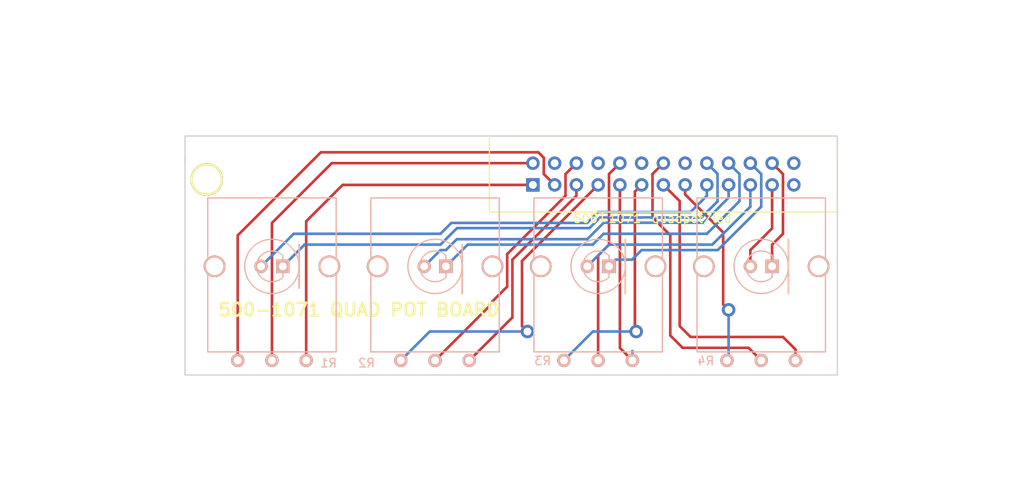
<source format=kicad_pcb>
(kicad_pcb (version 20171130) (host pcbnew "(5.0.1)-3")

  (general
    (thickness 1.6)
    (drawings 26)
    (tracks 119)
    (zones 0)
    (modules 6)
    (nets 27)
  )

  (page A)
  (title_block
    (title "500-1071-01 Quad Illim Pot Board 0.75 Sapcing")
    (date 2017-05-04)
    (rev A)
  )

  (layers
    (0 F.Cu signal)
    (31 B.Cu signal)
    (32 B.Adhes user)
    (33 F.Adhes user)
    (34 B.Paste user)
    (35 F.Paste user)
    (36 B.SilkS user)
    (37 F.SilkS user)
    (38 B.Mask user)
    (39 F.Mask user)
    (40 Dwgs.User user)
    (41 Cmts.User user)
    (42 Eco1.User user)
    (43 Eco2.User user)
    (44 Edge.Cuts user)
    (45 Margin user)
    (46 B.CrtYd user)
    (47 F.CrtYd user)
    (48 B.Fab user)
    (49 F.Fab user)
  )

  (setup
    (last_trace_width 0.3048)
    (trace_clearance 0.3048)
    (zone_clearance 0.508)
    (zone_45_only no)
    (trace_min 0.2)
    (segment_width 0.2)
    (edge_width 0.15)
    (via_size 1.5748)
    (via_drill 0.9144)
    (via_min_size 0.4)
    (via_min_drill 0.3)
    (uvia_size 0.3)
    (uvia_drill 0.1)
    (uvias_allowed no)
    (uvia_min_size 0.2)
    (uvia_min_drill 0.1)
    (pcb_text_width 0.3)
    (pcb_text_size 1.5 1.5)
    (mod_edge_width 0.15)
    (mod_text_size 1 1)
    (mod_text_width 0.15)
    (pad_size 1.5748 1.5748)
    (pad_drill 0.9144)
    (pad_to_mask_clearance 0.2)
    (solder_mask_min_width 0.25)
    (aux_axis_origin 0 0)
    (visible_elements 7FFFEFFF)
    (pcbplotparams
      (layerselection 0x010f0_ffffffff)
      (usegerberextensions false)
      (usegerberattributes false)
      (usegerberadvancedattributes false)
      (creategerberjobfile false)
      (excludeedgelayer true)
      (linewidth 0.100000)
      (plotframeref false)
      (viasonmask false)
      (mode 1)
      (useauxorigin false)
      (hpglpennumber 1)
      (hpglpenspeed 20)
      (hpglpendiameter 15.000000)
      (psnegative false)
      (psa4output false)
      (plotreference true)
      (plotvalue true)
      (plotinvisibletext false)
      (padsonsilk false)
      (subtractmaskfromsilk false)
      (outputformat 1)
      (mirror false)
      (drillshape 0)
      (scaleselection 1)
      (outputdirectory "Fab/"))
  )

  (net 0 "")
  (net 1 "Net-(P1-Pad1)")
  (net 2 "Net-(P1-Pad2)")
  (net 3 "Net-(P1-Pad3)")
  (net 4 "Net-(P1-Pad4)")
  (net 5 "Net-(P1-Pad5)")
  (net 6 "Net-(P1-Pad6)")
  (net 7 "Net-(P1-Pad7)")
  (net 8 "Net-(P1-Pad8)")
  (net 9 "Net-(P1-Pad9)")
  (net 10 "Net-(P1-Pad10)")
  (net 11 "Net-(P1-Pad11)")
  (net 12 "Net-(P1-Pad12)")
  (net 13 "Net-(P1-Pad13)")
  (net 14 "Net-(P1-Pad14)")
  (net 15 "Net-(P1-Pad15)")
  (net 16 "Net-(P1-Pad16)")
  (net 17 "Net-(P1-Pad17)")
  (net 18 "Net-(P1-Pad18)")
  (net 19 "Net-(P1-Pad19)")
  (net 20 "Net-(P1-Pad20)")
  (net 21 "Net-(P1-Pad21)")
  (net 22 "Net-(P1-Pad22)")
  (net 23 "Net-(P1-Pad23)")
  (net 24 "Net-(P1-Pad24)")
  (net 25 "Net-(P1-Pad25)")
  (net 26 "Net-(P1-Pad26)")

  (net_class Default "This is the default net class."
    (clearance 0.3048)
    (trace_width 0.3048)
    (via_dia 1.5748)
    (via_drill 0.9144)
    (uvia_dia 0.3)
    (uvia_drill 0.1)
    (add_net "Net-(P1-Pad1)")
    (add_net "Net-(P1-Pad10)")
    (add_net "Net-(P1-Pad11)")
    (add_net "Net-(P1-Pad12)")
    (add_net "Net-(P1-Pad13)")
    (add_net "Net-(P1-Pad14)")
    (add_net "Net-(P1-Pad15)")
    (add_net "Net-(P1-Pad16)")
    (add_net "Net-(P1-Pad17)")
    (add_net "Net-(P1-Pad18)")
    (add_net "Net-(P1-Pad19)")
    (add_net "Net-(P1-Pad2)")
    (add_net "Net-(P1-Pad20)")
    (add_net "Net-(P1-Pad21)")
    (add_net "Net-(P1-Pad22)")
    (add_net "Net-(P1-Pad23)")
    (add_net "Net-(P1-Pad24)")
    (add_net "Net-(P1-Pad25)")
    (add_net "Net-(P1-Pad26)")
    (add_net "Net-(P1-Pad3)")
    (add_net "Net-(P1-Pad4)")
    (add_net "Net-(P1-Pad5)")
    (add_net "Net-(P1-Pad6)")
    (add_net "Net-(P1-Pad7)")
    (add_net "Net-(P1-Pad8)")
    (add_net "Net-(P1-Pad9)")
  )

  (module FootPrints:IDC-13x2 (layer F.Cu) (tedit 590B50E6) (tstamp 590B5345)
    (at 215.9 99.695)
    (path /590AB70D)
    (fp_text reference P1 (at 0 3.81) (layer F.SilkS)
      (effects (font (size 1 1) (thickness 0.15)))
    )
    (fp_text value 500-1071-quadpot/led (at 6.35 3.937) (layer F.SilkS)
      (effects (font (size 1 1) (thickness 0.15)))
    )
    (fp_line (start 27.94 3.175) (end 27.94 2.54) (layer F.SilkS) (width 0.15))
    (fp_line (start -12.7 3.175) (end 27.94 3.175) (layer F.SilkS) (width 0.15))
    (fp_line (start -12.7 -5.715) (end -12.7 3.175) (layer F.SilkS) (width 0.15))
    (fp_line (start 27.94 -5.715) (end -12.7 -5.715) (layer F.SilkS) (width 0.15))
    (fp_line (start 27.94 2.54) (end 27.94 -5.715) (layer F.SilkS) (width 0.15))
    (pad 1 thru_hole rect (at -7.62 0) (size 1.5748 1.5748) (drill 0.9144) (layers *.Cu *.Mask)
      (net 1 "Net-(P1-Pad1)"))
    (pad 2 thru_hole circle (at -7.62 -2.54) (size 1.5748 1.5748) (drill 0.9144) (layers *.Cu *.Mask)
      (net 2 "Net-(P1-Pad2)"))
    (pad 3 thru_hole circle (at -5.08 0) (size 1.5748 1.5748) (drill 0.9144) (layers *.Cu *.Mask)
      (net 3 "Net-(P1-Pad3)"))
    (pad 4 thru_hole circle (at -5.08 -2.54) (size 1.5748 1.5748) (drill 0.9144) (layers *.Cu *.Mask)
      (net 4 "Net-(P1-Pad4)"))
    (pad 5 thru_hole circle (at -2.54 0) (size 1.5748 1.5748) (drill 0.9144) (layers *.Cu *.Mask)
      (net 5 "Net-(P1-Pad5)"))
    (pad 6 thru_hole circle (at -2.54 -2.54) (size 1.5748 1.5748) (drill 0.9144) (layers *.Cu *.Mask)
      (net 6 "Net-(P1-Pad6)"))
    (pad 7 thru_hole circle (at 0 0) (size 1.5748 1.5748) (drill 0.9144) (layers *.Cu *.Mask)
      (net 7 "Net-(P1-Pad7)"))
    (pad 8 thru_hole circle (at 0 -2.54) (size 1.5748 1.5748) (drill 0.9144) (layers *.Cu *.Mask)
      (net 8 "Net-(P1-Pad8)"))
    (pad 9 thru_hole circle (at 2.54 0) (size 1.5748 1.5748) (drill 0.9144) (layers *.Cu *.Mask)
      (net 9 "Net-(P1-Pad9)"))
    (pad 10 thru_hole circle (at 2.54 -2.54) (size 1.5748 1.5748) (drill 0.9144) (layers *.Cu *.Mask)
      (net 10 "Net-(P1-Pad10)"))
    (pad 11 thru_hole circle (at 5.08 0) (size 1.5748 1.5748) (drill 0.9144) (layers *.Cu *.Mask)
      (net 11 "Net-(P1-Pad11)"))
    (pad 12 thru_hole circle (at 5.08 -2.54) (size 1.5748 1.5748) (drill 0.9144) (layers *.Cu *.Mask)
      (net 12 "Net-(P1-Pad12)"))
    (pad 13 thru_hole circle (at 7.62 0) (size 1.5748 1.5748) (drill 0.9144) (layers *.Cu *.Mask)
      (net 13 "Net-(P1-Pad13)"))
    (pad 14 thru_hole circle (at 7.62 -2.54) (size 1.5748 1.5748) (drill 0.9144) (layers *.Cu *.Mask)
      (net 14 "Net-(P1-Pad14)"))
    (pad 15 thru_hole circle (at 10.16 0) (size 1.5748 1.5748) (drill 0.9144) (layers *.Cu *.Mask)
      (net 15 "Net-(P1-Pad15)"))
    (pad 16 thru_hole circle (at 10.16 -2.54) (size 1.5748 1.5748) (drill 0.9144) (layers *.Cu *.Mask)
      (net 16 "Net-(P1-Pad16)"))
    (pad 17 thru_hole circle (at 12.7 0) (size 1.5748 1.5748) (drill 0.9144) (layers *.Cu *.Mask)
      (net 17 "Net-(P1-Pad17)"))
    (pad 18 thru_hole circle (at 12.7 -2.54) (size 1.5748 1.5748) (drill 0.9144) (layers *.Cu *.Mask)
      (net 18 "Net-(P1-Pad18)"))
    (pad 19 thru_hole circle (at 15.24 0) (size 1.5748 1.5748) (drill 0.9144) (layers *.Cu *.Mask)
      (net 19 "Net-(P1-Pad19)"))
    (pad 20 thru_hole circle (at 15.24 -2.54) (size 1.5748 1.5748) (drill 0.9144) (layers *.Cu *.Mask)
      (net 20 "Net-(P1-Pad20)"))
    (pad 21 thru_hole circle (at 17.78 0) (size 1.5748 1.5748) (drill 0.9144) (layers *.Cu *.Mask)
      (net 21 "Net-(P1-Pad21)"))
    (pad 22 thru_hole circle (at 17.78 -2.54) (size 1.5748 1.5748) (drill 0.9144) (layers *.Cu *.Mask)
      (net 22 "Net-(P1-Pad22)"))
    (pad 23 thru_hole circle (at 20.32 0) (size 1.5748 1.5748) (drill 0.9144) (layers *.Cu *.Mask)
      (net 23 "Net-(P1-Pad23)"))
    (pad 24 thru_hole circle (at 20.32 -2.54) (size 1.5748 1.5748) (drill 0.9144) (layers *.Cu *.Mask)
      (net 24 "Net-(P1-Pad24)"))
    (pad 25 thru_hole circle (at 22.86 0) (size 1.5748 1.5748) (drill 0.9144) (layers *.Cu *.Mask)
      (net 25 "Net-(P1-Pad25)"))
    (pad 26 thru_hole circle (at 22.86 -2.54) (size 1.5748 1.5748) (drill 0.9144) (layers *.Cu *.Mask)
      (net 26 "Net-(P1-Pad26)"))
  )

  (module FootPrints:Alpha9mmPotWithLED (layer B.Cu) (tedit 5C09FD51) (tstamp 590B5366)
    (at 215.9 109.22 180)
    (path /590AB8DE)
    (fp_text reference R3 (at 6.477 -11.049 180) (layer B.SilkS)
      (effects (font (size 1 1) (thickness 0.15)) (justify mirror))
    )
    (fp_text value POT-ALPHA9mm-LedShaft (at 1.143 -13.843 180) (layer B.SilkS) hide
      (effects (font (size 1 1) (thickness 0.15)) (justify mirror))
    )
    (fp_arc (start 0 0) (end 1.27 -1.27) (angle -90) (layer B.SilkS) (width 0.15))
    (fp_arc (start 0 0) (end 1.27 1.27) (angle -90) (layer B.SilkS) (width 0.15))
    (fp_arc (start 0 0) (end -1.27 1.27) (angle -90) (layer B.SilkS) (width 0.15))
    (fp_line (start -1.27 1.27) (end -1.27 -1.27) (layer B.SilkS) (width 0.15))
    (fp_circle (center 0 0) (end 3.175 0) (layer B.SilkS) (width 0.15))
    (fp_line (start -7.5 -10) (end 7.5 -10) (layer B.SilkS) (width 0.15))
    (fp_line (start 7.5 -10) (end 7.5 8) (layer B.SilkS) (width 0.15))
    (fp_line (start 7.5 8) (end -7.5 8) (layer B.SilkS) (width 0.15))
    (fp_line (start -7.5 8) (end -7.5 -10) (layer B.SilkS) (width 0.15))
    (pad "" thru_hole circle (at -6.7 0 180) (size 2.54 2.54) (drill 2.032) (layers *.Cu *.Mask B.SilkS))
    (pad "" thru_hole circle (at 6.7 0 180) (size 2.54 2.54) (drill 2.032) (layers *.Cu *.Mask B.SilkS))
    (pad 4 thru_hole rect (at -1.27 0 180) (size 1.5748 1.5748) (drill 0.9144) (layers *.Cu *.Mask B.SilkS)
      (net 22 "Net-(P1-Pad22)"))
    (pad 5 thru_hole circle (at 1.27 0 180) (size 1.5748 1.5748) (drill 0.9144) (layers *.Cu *.Mask B.SilkS)
      (net 21 "Net-(P1-Pad21)"))
    (pad 2 thru_hole circle (at 0 -11 180) (size 1.5748 1.5748) (drill 0.9144) (layers *.Cu *.Mask B.SilkS)
      (net 10 "Net-(P1-Pad10)"))
    (pad 3 thru_hole circle (at 4 -11 180) (size 1.5748 1.5748) (drill 0.9144) (layers *.Cu *.Mask B.SilkS)
      (net 11 "Net-(P1-Pad11)"))
    (pad 1 thru_hole circle (at -4 -11 180) (size 1.5748 1.5748) (drill 0.9144) (layers *.Cu *.Mask B.SilkS)
      (net 9 "Net-(P1-Pad9)"))
  )

  (module FootPrints:Alpha9mmPotWithLED (layer B.Cu) (tedit 5C09FD2F) (tstamp 590B5371)
    (at 234.95 109.22 180)
    (path /590AB94E)
    (fp_text reference R4 (at 6.477 -11.049 180) (layer B.SilkS)
      (effects (font (size 1 1) (thickness 0.15)) (justify mirror))
    )
    (fp_text value POT-ALPHA9mm-LedShaft (at 1.27 -13.843 180) (layer B.SilkS) hide
      (effects (font (size 1 1) (thickness 0.15)) (justify mirror))
    )
    (fp_arc (start 0 0) (end 1.27 -1.27) (angle -90) (layer B.SilkS) (width 0.15))
    (fp_arc (start 0 0) (end 1.27 1.27) (angle -90) (layer B.SilkS) (width 0.15))
    (fp_arc (start 0 0) (end -1.27 1.27) (angle -90) (layer B.SilkS) (width 0.15))
    (fp_line (start -1.27 1.27) (end -1.27 -1.27) (layer B.SilkS) (width 0.15))
    (fp_circle (center 0 0) (end 3.175 0) (layer B.SilkS) (width 0.15))
    (fp_line (start -7.5 -10) (end 7.5 -10) (layer B.SilkS) (width 0.15))
    (fp_line (start 7.5 -10) (end 7.5 8) (layer B.SilkS) (width 0.15))
    (fp_line (start 7.5 8) (end -7.5 8) (layer B.SilkS) (width 0.15))
    (fp_line (start -7.5 8) (end -7.5 -10) (layer B.SilkS) (width 0.15))
    (pad "" thru_hole circle (at -6.7 0 180) (size 2.54 2.54) (drill 2.032) (layers *.Cu *.Mask B.SilkS))
    (pad "" thru_hole circle (at 6.7 0 180) (size 2.54 2.54) (drill 2.032) (layers *.Cu *.Mask B.SilkS))
    (pad 4 thru_hole rect (at -1.27 0 180) (size 1.5748 1.5748) (drill 0.9144) (layers *.Cu *.Mask B.SilkS)
      (net 24 "Net-(P1-Pad24)"))
    (pad 5 thru_hole circle (at 1.27 0 180) (size 1.5748 1.5748) (drill 0.9144) (layers *.Cu *.Mask B.SilkS)
      (net 23 "Net-(P1-Pad23)"))
    (pad 2 thru_hole circle (at 0 -11 180) (size 1.5748 1.5748) (drill 0.9144) (layers *.Cu *.Mask B.SilkS)
      (net 14 "Net-(P1-Pad14)"))
    (pad 3 thru_hole circle (at 4 -11 180) (size 1.5748 1.5748) (drill 0.9144) (layers *.Cu *.Mask B.SilkS)
      (net 15 "Net-(P1-Pad15)"))
    (pad 1 thru_hole circle (at -4 -11 180) (size 1.5748 1.5748) (drill 0.9144) (layers *.Cu *.Mask B.SilkS)
      (net 13 "Net-(P1-Pad13)"))
  )

  (module FootPrints:Alpha9mmPotWithLED (layer B.Cu) (tedit 5C09FD7C) (tstamp 590B5350)
    (at 177.8 109.22 180)
    (path /590AB760)
    (fp_text reference R1 (at -6.604 -11.303 180) (layer B.SilkS)
      (effects (font (size 1 1) (thickness 0.15)) (justify mirror))
    )
    (fp_text value POT-ALPHA9mm-LedShaft (at 0.508 -13.716 180) (layer B.SilkS) hide
      (effects (font (size 1 1) (thickness 0.15)) (justify mirror))
    )
    (fp_arc (start 0 0) (end 1.27 -1.27) (angle -90) (layer B.SilkS) (width 0.15))
    (fp_arc (start 0 0) (end 1.27 1.27) (angle -90) (layer B.SilkS) (width 0.15))
    (fp_arc (start 0 0) (end -1.27 1.27) (angle -90) (layer B.SilkS) (width 0.15))
    (fp_line (start -1.27 1.27) (end -1.27 -1.27) (layer B.SilkS) (width 0.15))
    (fp_circle (center 0 0) (end 3.175 0) (layer B.SilkS) (width 0.15))
    (fp_line (start -7.5 -10) (end 7.5 -10) (layer B.SilkS) (width 0.15))
    (fp_line (start 7.5 -10) (end 7.5 8) (layer B.SilkS) (width 0.15))
    (fp_line (start 7.5 8) (end -7.5 8) (layer B.SilkS) (width 0.15))
    (fp_line (start -7.5 8) (end -7.5 -10) (layer B.SilkS) (width 0.15))
    (pad "" thru_hole circle (at -6.7 0 180) (size 2.54 2.54) (drill 2.032) (layers *.Cu *.Mask B.SilkS))
    (pad "" thru_hole circle (at 6.7 0 180) (size 2.54 2.54) (drill 2.032) (layers *.Cu *.Mask B.SilkS))
    (pad 4 thru_hole rect (at -1.27 0 180) (size 1.5748 1.5748) (drill 0.9144) (layers *.Cu *.Mask B.SilkS)
      (net 18 "Net-(P1-Pad18)"))
    (pad 5 thru_hole circle (at 1.27 0 180) (size 1.5748 1.5748) (drill 0.9144) (layers *.Cu *.Mask B.SilkS)
      (net 17 "Net-(P1-Pad17)"))
    (pad 2 thru_hole circle (at 0 -11 180) (size 1.5748 1.5748) (drill 0.9144) (layers *.Cu *.Mask B.SilkS)
      (net 2 "Net-(P1-Pad2)"))
    (pad 3 thru_hole circle (at 4 -11 180) (size 1.5748 1.5748) (drill 0.9144) (layers *.Cu *.Mask B.SilkS)
      (net 3 "Net-(P1-Pad3)"))
    (pad 1 thru_hole circle (at -4 -11 180) (size 1.5748 1.5748) (drill 0.9144) (layers *.Cu *.Mask B.SilkS)
      (net 1 "Net-(P1-Pad1)"))
  )

  (module FootPrints:Alpha9mmPotWithLED (layer B.Cu) (tedit 5C09FD65) (tstamp 590B535B)
    (at 196.85 109.22 180)
    (path /590AB889)
    (fp_text reference R2 (at 8.001 -11.303 180) (layer B.SilkS)
      (effects (font (size 1 1) (thickness 0.15)) (justify mirror))
    )
    (fp_text value POT-ALPHA9mm-LedShaft (at -0.127 -14.097 180) (layer B.SilkS) hide
      (effects (font (size 1 1) (thickness 0.15)) (justify mirror))
    )
    (fp_arc (start 0 0) (end 1.27 -1.27) (angle -90) (layer B.SilkS) (width 0.15))
    (fp_arc (start 0 0) (end 1.27 1.27) (angle -90) (layer B.SilkS) (width 0.15))
    (fp_arc (start 0 0) (end -1.27 1.27) (angle -90) (layer B.SilkS) (width 0.15))
    (fp_line (start -1.27 1.27) (end -1.27 -1.27) (layer B.SilkS) (width 0.15))
    (fp_circle (center 0 0) (end 3.175 0) (layer B.SilkS) (width 0.15))
    (fp_line (start -7.5 -10) (end 7.5 -10) (layer B.SilkS) (width 0.15))
    (fp_line (start 7.5 -10) (end 7.5 8) (layer B.SilkS) (width 0.15))
    (fp_line (start 7.5 8) (end -7.5 8) (layer B.SilkS) (width 0.15))
    (fp_line (start -7.5 8) (end -7.5 -10) (layer B.SilkS) (width 0.15))
    (pad "" thru_hole circle (at -6.7 0 180) (size 2.54 2.54) (drill 2.032) (layers *.Cu *.Mask B.SilkS))
    (pad "" thru_hole circle (at 6.7 0 180) (size 2.54 2.54) (drill 2.032) (layers *.Cu *.Mask B.SilkS))
    (pad 4 thru_hole rect (at -1.27 0 180) (size 1.5748 1.5748) (drill 0.9144) (layers *.Cu *.Mask B.SilkS)
      (net 20 "Net-(P1-Pad20)"))
    (pad 5 thru_hole circle (at 1.27 0 180) (size 1.5748 1.5748) (drill 0.9144) (layers *.Cu *.Mask B.SilkS)
      (net 19 "Net-(P1-Pad19)"))
    (pad 2 thru_hole circle (at 0 -11 180) (size 1.5748 1.5748) (drill 0.9144) (layers *.Cu *.Mask B.SilkS)
      (net 6 "Net-(P1-Pad6)"))
    (pad 3 thru_hole circle (at 4 -11 180) (size 1.5748 1.5748) (drill 0.9144) (layers *.Cu *.Mask B.SilkS)
      (net 7 "Net-(P1-Pad7)"))
    (pad 1 thru_hole circle (at -4 -11 180) (size 1.5748 1.5748) (drill 0.9144) (layers *.Cu *.Mask B.SilkS)
      (net 5 "Net-(P1-Pad5)"))
  )

  (module FootPrints:MountingHole_140 (layer F.Cu) (tedit 591FBC21) (tstamp 591FC173)
    (at 170.18 99.06)
    (fp_text reference REF** (at 3.81 3.81) (layer F.SilkS) hide
      (effects (font (size 1 1) (thickness 0.15)))
    )
    (fp_text value MountingHole_140 (at 0 5.08) (layer F.SilkS) hide
      (effects (font (size 1 1) (thickness 0.15)))
    )
    (pad "" thru_hole circle (at 0 0) (size 3.81 3.81) (drill 3.2512) (layers *.Cu *.Mask F.SilkS))
  )

  (gr_line (start 238.125 106.045) (end 238.125 112.395) (layer B.SilkS) (width 0.2))
  (gr_line (start 219.075 106.045) (end 219.075 112.395) (layer B.SilkS) (width 0.2))
  (gr_line (start 200.025 106.68) (end 200.025 112.395) (layer B.SilkS) (width 0.2))
  (gr_line (start 180.975 106.68) (end 180.975 111.76) (layer B.SilkS) (width 0.2))
  (gr_text "500-1071 QUAD POT BOARD" (at 187.96 114.3) (layer F.SilkS)
    (effects (font (size 1.5 1.5) (thickness 0.3)))
  )
  (dimension 40.64 (width 0.3) (layer F.Fab)
    (gr_text "1.6000 in" (at 187.96 79.18) (layer F.Fab)
      (effects (font (size 1.5 1.5) (thickness 0.3)))
    )
    (feature1 (pts (xy 208.28 92.71) (xy 208.28 80.693579)))
    (feature2 (pts (xy 167.64 92.71) (xy 167.64 80.693579)))
    (crossbar (pts (xy 167.64 81.28) (xy 208.28 81.28)))
    (arrow1a (pts (xy 208.28 81.28) (xy 207.153496 81.866421)))
    (arrow1b (pts (xy 208.28 81.28) (xy 207.153496 80.693579)))
    (arrow2a (pts (xy 167.64 81.28) (xy 168.766504 81.866421)))
    (arrow2b (pts (xy 167.64 81.28) (xy 168.766504 80.693579)))
  )
  (dimension 35.56 (width 0.3) (layer F.Fab)
    (gr_text "1.4000 in" (at 226.06 85.53) (layer F.Fab)
      (effects (font (size 1.5 1.5) (thickness 0.3)))
    )
    (feature1 (pts (xy 208.28 92.71) (xy 208.28 87.043579)))
    (feature2 (pts (xy 243.84 92.71) (xy 243.84 87.043579)))
    (crossbar (pts (xy 243.84 87.63) (xy 208.28 87.63)))
    (arrow1a (pts (xy 208.28 87.63) (xy 209.406504 87.043579)))
    (arrow1b (pts (xy 208.28 87.63) (xy 209.406504 88.216421)))
    (arrow2a (pts (xy 243.84 87.63) (xy 242.713496 87.043579)))
    (arrow2b (pts (xy 243.84 87.63) (xy 242.713496 88.216421)))
  )
  (dimension 22.225 (width 0.3) (layer F.Fab)
    (gr_text "0.8750 in" (at 254.195 110.8075 90) (layer F.Fab)
      (effects (font (size 1.5 1.5) (thickness 0.3)))
    )
    (feature1 (pts (xy 245.11 99.695) (xy 252.681421 99.695)))
    (feature2 (pts (xy 245.11 121.92) (xy 252.681421 121.92)))
    (crossbar (pts (xy 252.095 121.92) (xy 252.095 99.695)))
    (arrow1a (pts (xy 252.095 99.695) (xy 252.681421 100.821504)))
    (arrow1b (pts (xy 252.095 99.695) (xy 251.508579 100.821504)))
    (arrow2a (pts (xy 252.095 121.92) (xy 252.681421 120.793496)))
    (arrow2b (pts (xy 252.095 121.92) (xy 251.508579 120.793496)))
  )
  (dimension 27.94 (width 0.3) (layer F.Fab)
    (gr_text "1.1000 in" (at 263.72 107.95 90) (layer F.Fab)
      (effects (font (size 1.5 1.5) (thickness 0.3)))
    )
    (feature1 (pts (xy 245.11 93.98) (xy 262.206421 93.98)))
    (feature2 (pts (xy 245.11 121.92) (xy 262.206421 121.92)))
    (crossbar (pts (xy 261.62 121.92) (xy 261.62 93.98)))
    (arrow1a (pts (xy 261.62 93.98) (xy 262.206421 95.106504)))
    (arrow1b (pts (xy 261.62 93.98) (xy 261.033579 95.106504)))
    (arrow2a (pts (xy 261.62 121.92) (xy 262.206421 120.793496)))
    (arrow2b (pts (xy 261.62 121.92) (xy 261.033579 120.793496)))
  )
  (gr_line (start 243.84 95.25) (end 243.84 93.98) (layer Edge.Cuts) (width 0.15))
  (gr_line (start 167.64 95.25) (end 167.64 93.98) (layer Edge.Cuts) (width 0.15))
  (gr_line (start 167.64 97.155) (end 167.64 95.25) (layer Edge.Cuts) (width 0.15))
  (gr_line (start 243.84 96.52) (end 243.84 95.25) (layer Edge.Cuts) (width 0.15))
  (dimension 2.54 (width 0.3) (layer F.Fab)
    (gr_text "0.1000 in" (at 168.91 87.55) (layer F.Fab)
      (effects (font (size 1.5 1.5) (thickness 0.3)))
    )
    (feature1 (pts (xy 167.64 95.885) (xy 167.64 86.2)))
    (feature2 (pts (xy 170.18 95.885) (xy 170.18 86.2)))
    (crossbar (pts (xy 170.18 88.9) (xy 167.64 88.9)))
    (arrow1a (pts (xy 167.64 88.9) (xy 168.766504 88.313579)))
    (arrow1b (pts (xy 167.64 88.9) (xy 168.766504 89.486421)))
    (arrow2a (pts (xy 170.18 88.9) (xy 169.053496 88.313579)))
    (arrow2b (pts (xy 170.18 88.9) (xy 169.053496 89.486421)))
  )
  (dimension 22.86 (width 0.3) (layer F.Fab)
    (gr_text "0.9000 in" (at 152.32 110.49 270) (layer F.Fab)
      (effects (font (size 1.5 1.5) (thickness 0.3)))
    )
    (feature1 (pts (xy 166.37 121.92) (xy 150.97 121.92)))
    (feature2 (pts (xy 166.37 99.06) (xy 150.97 99.06)))
    (crossbar (pts (xy 153.67 99.06) (xy 153.67 121.92)))
    (arrow1a (pts (xy 153.67 121.92) (xy 153.083579 120.793496)))
    (arrow1b (pts (xy 153.67 121.92) (xy 154.256421 120.793496)))
    (arrow2a (pts (xy 153.67 99.06) (xy 153.083579 100.186504)))
    (arrow2b (pts (xy 153.67 99.06) (xy 154.256421 100.186504)))
  )
  (dimension 8.89 (width 0.3) (layer F.Fab)
    (gr_text "0.3500 in" (at 239.395 135.97) (layer F.Fab)
      (effects (font (size 1.5 1.5) (thickness 0.3)))
    )
    (feature1 (pts (xy 243.84 122.555) (xy 243.84 137.32)))
    (feature2 (pts (xy 234.95 122.555) (xy 234.95 137.32)))
    (crossbar (pts (xy 234.95 134.62) (xy 243.84 134.62)))
    (arrow1a (pts (xy 243.84 134.62) (xy 242.713496 135.206421)))
    (arrow1b (pts (xy 243.84 134.62) (xy 242.713496 134.033579)))
    (arrow2a (pts (xy 234.95 134.62) (xy 236.076504 135.206421)))
    (arrow2b (pts (xy 234.95 134.62) (xy 236.076504 134.033579)))
  )
  (dimension 19.05 (width 0.3) (layer F.Fab)
    (gr_text "0.7500 in" (at 225.425 135.97) (layer F.Fab)
      (effects (font (size 1.5 1.5) (thickness 0.3)))
    )
    (feature1 (pts (xy 234.95 123.19) (xy 234.95 137.32)))
    (feature2 (pts (xy 215.9 123.19) (xy 215.9 137.32)))
    (crossbar (pts (xy 215.9 134.62) (xy 234.95 134.62)))
    (arrow1a (pts (xy 234.95 134.62) (xy 233.823496 135.206421)))
    (arrow1b (pts (xy 234.95 134.62) (xy 233.823496 134.033579)))
    (arrow2a (pts (xy 215.9 134.62) (xy 217.026504 135.206421)))
    (arrow2b (pts (xy 215.9 134.62) (xy 217.026504 134.033579)))
  )
  (dimension 19.05 (width 0.3) (layer F.Fab)
    (gr_text "0.7500 in" (at 206.375 135.97) (layer F.Fab)
      (effects (font (size 1.5 1.5) (thickness 0.3)))
    )
    (feature1 (pts (xy 215.9 123.19) (xy 215.9 137.32)))
    (feature2 (pts (xy 196.85 123.19) (xy 196.85 137.32)))
    (crossbar (pts (xy 196.85 134.62) (xy 215.9 134.62)))
    (arrow1a (pts (xy 215.9 134.62) (xy 214.773496 135.206421)))
    (arrow1b (pts (xy 215.9 134.62) (xy 214.773496 134.033579)))
    (arrow2a (pts (xy 196.85 134.62) (xy 197.976504 135.206421)))
    (arrow2b (pts (xy 196.85 134.62) (xy 197.976504 134.033579)))
  )
  (dimension 19.05 (width 0.3) (layer F.Fab)
    (gr_text "0.7500 in" (at 187.325 135.97) (layer F.Fab)
      (effects (font (size 1.5 1.5) (thickness 0.3)))
    )
    (feature1 (pts (xy 196.85 123.19) (xy 196.85 137.32)))
    (feature2 (pts (xy 177.8 123.19) (xy 177.8 137.32)))
    (crossbar (pts (xy 177.8 134.62) (xy 196.85 134.62)))
    (arrow1a (pts (xy 196.85 134.62) (xy 195.723496 135.206421)))
    (arrow1b (pts (xy 196.85 134.62) (xy 195.723496 134.033579)))
    (arrow2a (pts (xy 177.8 134.62) (xy 178.926504 135.206421)))
    (arrow2b (pts (xy 177.8 134.62) (xy 178.926504 134.033579)))
  )
  (dimension 10.16 (width 0.3) (layer F.Fab)
    (gr_text "0.4000 in" (at 172.72 135.97) (layer F.Fab)
      (effects (font (size 1.5 1.5) (thickness 0.3)))
    )
    (feature1 (pts (xy 177.8 123.19) (xy 177.8 137.32)))
    (feature2 (pts (xy 167.64 123.19) (xy 167.64 137.32)))
    (crossbar (pts (xy 167.64 134.62) (xy 177.8 134.62)))
    (arrow1a (pts (xy 177.8 134.62) (xy 176.673496 135.206421)))
    (arrow1b (pts (xy 177.8 134.62) (xy 176.673496 134.033579)))
    (arrow2a (pts (xy 167.64 134.62) (xy 168.766504 135.206421)))
    (arrow2b (pts (xy 167.64 134.62) (xy 168.766504 134.033579)))
  )
  (dimension 12.7 (width 0.3) (layer F.Fab)
    (gr_text "0.5000 in" (at 159.305 115.57 270) (layer F.Fab)
      (effects (font (size 1.5 1.5) (thickness 0.3)))
    )
    (feature1 (pts (xy 166.37 121.92) (xy 157.955 121.92)))
    (feature2 (pts (xy 166.37 109.22) (xy 157.955 109.22)))
    (crossbar (pts (xy 160.655 109.22) (xy 160.655 121.92)))
    (arrow1a (pts (xy 160.655 121.92) (xy 160.068579 120.793496)))
    (arrow1b (pts (xy 160.655 121.92) (xy 161.241421 120.793496)))
    (arrow2a (pts (xy 160.655 109.22) (xy 160.068579 110.346504)))
    (arrow2b (pts (xy 160.655 109.22) (xy 161.241421 110.346504)))
  )
  (dimension 76.2 (width 0.3) (layer F.Fab)
    (gr_text "3.0000 in" (at 205.74 128.985) (layer F.Fab)
      (effects (font (size 1.5 1.5) (thickness 0.3)))
    )
    (feature1 (pts (xy 243.84 123.19) (xy 243.84 130.335)))
    (feature2 (pts (xy 167.64 123.19) (xy 167.64 130.335)))
    (crossbar (pts (xy 167.64 127.635) (xy 243.84 127.635)))
    (arrow1a (pts (xy 243.84 127.635) (xy 242.713496 128.221421)))
    (arrow1b (pts (xy 243.84 127.635) (xy 242.713496 127.048579)))
    (arrow2a (pts (xy 167.64 127.635) (xy 168.766504 128.221421)))
    (arrow2b (pts (xy 167.64 127.635) (xy 168.766504 127.048579)))
  )
  (gr_line (start 243.84 96.52) (end 243.84 121.92) (layer Edge.Cuts) (width 0.15))
  (gr_line (start 167.64 96.52) (end 167.64 121.92) (layer Edge.Cuts) (width 0.15))
  (gr_line (start 167.64 93.98) (end 243.84 93.98) (layer Edge.Cuts) (width 0.15))
  (gr_line (start 167.64 121.92) (end 243.84 121.92) (layer Edge.Cuts) (width 0.15))

  (segment (start 181.8 103.95) (end 181.8 120.22) (width 0.3048) (layer F.Cu) (net 1))
  (segment (start 208.28 99.695) (end 186.055 99.695) (width 0.3048) (layer F.Cu) (net 1))
  (segment (start 186.055 99.695) (end 181.8 103.95) (width 0.3048) (layer F.Cu) (net 1))
  (segment (start 177.8 104.14) (end 177.8 119.106449) (width 0.3048) (layer F.Cu) (net 2))
  (segment (start 177.8 119.106449) (end 177.8 120.22) (width 0.3048) (layer F.Cu) (net 2))
  (segment (start 184.785 97.155) (end 177.8 104.14) (width 0.3048) (layer F.Cu) (net 2))
  (segment (start 208.28 97.155) (end 184.785 97.155) (width 0.3048) (layer F.Cu) (net 2))
  (segment (start 173.8 105.6) (end 173.8 120.22) (width 0.3048) (layer F.Cu) (net 3))
  (segment (start 183.515 95.885) (end 173.8 105.6) (width 0.3048) (layer F.Cu) (net 3))
  (segment (start 208.915 95.885) (end 183.515 95.885) (width 0.3048) (layer F.Cu) (net 3))
  (segment (start 209.55 96.52) (end 208.915 95.885) (width 0.3048) (layer F.Cu) (net 3))
  (segment (start 210.82 99.695) (end 209.55 98.425) (width 0.3048) (layer F.Cu) (net 3))
  (segment (start 209.55 98.425) (end 209.55 96.52) (width 0.3048) (layer F.Cu) (net 3))
  (segment (start 205.886812 115.183188) (end 201.637399 119.432601) (width 0.3048) (layer F.Cu) (net 5))
  (segment (start 201.637399 119.432601) (end 200.85 120.22) (width 0.3048) (layer F.Cu) (net 5))
  (segment (start 205.886812 108.438188) (end 205.886812 115.183188) (width 0.3048) (layer F.Cu) (net 5))
  (segment (start 213.36 100.965) (end 205.886812 108.438188) (width 0.3048) (layer F.Cu) (net 5))
  (segment (start 213.36 99.695) (end 213.36 100.965) (width 0.3048) (layer F.Cu) (net 5))
  (segment (start 213.36 97.155) (end 212.09 98.425) (width 0.3048) (layer F.Cu) (net 6))
  (segment (start 212.09 98.425) (end 212.09 100.965) (width 0.3048) (layer F.Cu) (net 6))
  (segment (start 205.277201 107.777799) (end 205.277201 111.587799) (width 0.3048) (layer F.Cu) (net 6))
  (segment (start 212.09 100.965) (end 205.277201 107.777799) (width 0.3048) (layer F.Cu) (net 6))
  (segment (start 205.277201 111.587799) (end 203.2 113.665) (width 0.3048) (layer F.Cu) (net 6))
  (segment (start 203.2 113.87) (end 196.85 120.22) (width 0.3048) (layer F.Cu) (net 6))
  (segment (start 203.2 113.665) (end 203.2 113.87) (width 0.3048) (layer F.Cu) (net 6))
  (segment (start 215.9 99.695) (end 210.185 105.41) (width 0.3048) (layer F.Cu) (net 7))
  (segment (start 210.185 105.41) (end 207.01 108.585) (width 0.3048) (layer F.Cu) (net 7))
  (via (at 207.645 116.84) (size 1.5748) (drill 0.9144) (layers F.Cu B.Cu) (net 7))
  (segment (start 207.01 108.585) (end 207.01 116.205) (width 0.3048) (layer F.Cu) (net 7))
  (segment (start 207.01 116.205) (end 207.645 116.84) (width 0.3048) (layer F.Cu) (net 7))
  (segment (start 196.23 116.84) (end 192.85 120.22) (width 0.3048) (layer B.Cu) (net 7))
  (segment (start 207.645 116.84) (end 196.23 116.84) (width 0.3048) (layer B.Cu) (net 7))
  (segment (start 219.9 119.106449) (end 219.9 120.22) (width 0.3048) (layer B.Cu) (net 9))
  (segment (start 218.44 99.695) (end 218.44 118.76) (width 0.3048) (layer F.Cu) (net 9))
  (segment (start 219.112601 119.432601) (end 219.9 120.22) (width 0.3048) (layer F.Cu) (net 9))
  (segment (start 218.44 118.76) (end 219.112601 119.432601) (width 0.3048) (layer F.Cu) (net 9))
  (segment (start 215.9 119.106449) (end 215.9 120.22) (width 0.3048) (layer F.Cu) (net 10))
  (segment (start 215.9 107.95) (end 215.9 119.106449) (width 0.3048) (layer F.Cu) (net 10))
  (segment (start 217.17 106.68) (end 215.9 107.95) (width 0.3048) (layer F.Cu) (net 10))
  (segment (start 218.44 97.155) (end 217.17 98.425) (width 0.3048) (layer F.Cu) (net 10))
  (segment (start 217.17 98.425) (end 217.17 106.68) (width 0.3048) (layer F.Cu) (net 10))
  (via (at 220.345 116.84) (size 1.5748) (drill 0.9144) (layers F.Cu B.Cu) (net 11))
  (segment (start 220.192601 116.687601) (end 220.345 116.84) (width 0.3048) (layer F.Cu) (net 11))
  (segment (start 220.98 99.695) (end 220.192601 100.482399) (width 0.3048) (layer F.Cu) (net 11))
  (segment (start 220.192601 100.482399) (end 220.192601 116.687601) (width 0.3048) (layer F.Cu) (net 11))
  (segment (start 215.28 116.84) (end 211.9 120.22) (width 0.3048) (layer B.Cu) (net 11))
  (segment (start 220.345 116.84) (end 215.28 116.84) (width 0.3048) (layer B.Cu) (net 11))
  (segment (start 223.52 99.695) (end 225.425 101.6) (width 0.3048) (layer F.Cu) (net 13))
  (segment (start 225.425 101.6) (end 225.425 116.205) (width 0.3048) (layer F.Cu) (net 13))
  (segment (start 225.425 116.205) (end 226.695 117.475) (width 0.3048) (layer F.Cu) (net 13))
  (segment (start 226.695 117.475) (end 237.49 117.475) (width 0.3048) (layer F.Cu) (net 13))
  (segment (start 238.95 118.935) (end 238.95 120.22) (width 0.3048) (layer F.Cu) (net 13))
  (segment (start 237.49 117.475) (end 238.95 118.935) (width 0.3048) (layer F.Cu) (net 13))
  (segment (start 233.475 118.745) (end 234.95 120.22) (width 0.3048) (layer F.Cu) (net 14))
  (segment (start 222.25 98.425) (end 222.25 103.505) (width 0.3048) (layer F.Cu) (net 14))
  (segment (start 223.52 97.155) (end 222.25 98.425) (width 0.3048) (layer F.Cu) (net 14))
  (segment (start 224.327201 105.582201) (end 224.327201 117.302799) (width 0.3048) (layer F.Cu) (net 14))
  (segment (start 222.25 103.505) (end 224.327201 105.582201) (width 0.3048) (layer F.Cu) (net 14))
  (segment (start 224.327201 117.302799) (end 225.769402 118.745) (width 0.3048) (layer F.Cu) (net 14))
  (segment (start 225.769402 118.745) (end 233.475 118.745) (width 0.3048) (layer F.Cu) (net 14))
  (segment (start 226.06 100.808551) (end 230.505 105.253551) (width 0.3048) (layer F.Cu) (net 15))
  (segment (start 226.06 99.695) (end 226.06 100.808551) (width 0.3048) (layer F.Cu) (net 15))
  (segment (start 230.505 105.253551) (end 230.505 113.665) (width 0.3048) (layer F.Cu) (net 15))
  (via (at 231.14 114.3) (size 1.5748) (drill 0.9144) (layers F.Cu B.Cu) (net 15))
  (segment (start 230.505 113.665) (end 231.14 114.3) (width 0.3048) (layer F.Cu) (net 15))
  (segment (start 231.14 120.03) (end 230.95 120.22) (width 0.3048) (layer B.Cu) (net 15))
  (segment (start 231.14 114.3) (end 231.14 120.03) (width 0.3048) (layer B.Cu) (net 15))
  (segment (start 228.6 100.965) (end 228.6 99.695) (width 0.3048) (layer B.Cu) (net 17))
  (segment (start 226.695 102.87) (end 228.6 100.965) (width 0.3048) (layer B.Cu) (net 17))
  (segment (start 180.34 105.41) (end 197.485 105.41) (width 0.3048) (layer B.Cu) (net 17))
  (segment (start 176.53 109.22) (end 180.34 105.41) (width 0.3048) (layer B.Cu) (net 17))
  (segment (start 197.485 105.41) (end 198.755 104.14) (width 0.3048) (layer B.Cu) (net 17))
  (segment (start 198.755 104.14) (end 214.63 104.14) (width 0.3048) (layer B.Cu) (net 17))
  (segment (start 214.63 104.14) (end 215.9 102.87) (width 0.3048) (layer B.Cu) (net 17))
  (segment (start 215.9 102.87) (end 226.695 102.87) (width 0.3048) (layer B.Cu) (net 17))
  (segment (start 227.965 103.505) (end 229.844601 101.625399) (width 0.3048) (layer B.Cu) (net 18))
  (segment (start 179.07 109.22) (end 181.61 106.68) (width 0.3048) (layer B.Cu) (net 18))
  (segment (start 181.61 106.68) (end 197.485 106.68) (width 0.3048) (layer B.Cu) (net 18))
  (segment (start 197.485 106.68) (end 199.41539 104.74961) (width 0.3048) (layer B.Cu) (net 18))
  (segment (start 229.844601 98.399601) (end 229.387399 97.942399) (width 0.3048) (layer B.Cu) (net 18))
  (segment (start 229.387399 97.942399) (end 228.6 97.155) (width 0.3048) (layer B.Cu) (net 18))
  (segment (start 229.844601 101.625399) (end 229.844601 98.399601) (width 0.3048) (layer B.Cu) (net 18))
  (segment (start 216.12712 103.505) (end 227.965 103.505) (width 0.3048) (layer B.Cu) (net 18))
  (segment (start 214.88251 104.74961) (end 216.12712 103.505) (width 0.3048) (layer B.Cu) (net 18))
  (segment (start 199.41539 104.74961) (end 214.88251 104.74961) (width 0.3048) (layer B.Cu) (net 18))
  (segment (start 231.14 100.808551) (end 231.14 99.695) (width 0.3048) (layer B.Cu) (net 19))
  (segment (start 231.14 101.19212) (end 231.14 100.808551) (width 0.3048) (layer B.Cu) (net 19))
  (segment (start 228.21751 104.11461) (end 231.14 101.19212) (width 0.3048) (layer B.Cu) (net 19))
  (segment (start 197.485 107.315) (end 198.12 107.315) (width 0.3048) (layer B.Cu) (net 19))
  (segment (start 195.58 109.22) (end 197.485 107.315) (width 0.3048) (layer B.Cu) (net 19))
  (segment (start 199.39 106.045) (end 214.63 106.045) (width 0.3048) (layer B.Cu) (net 19))
  (segment (start 214.63 106.045) (end 216.56039 104.11461) (width 0.3048) (layer B.Cu) (net 19))
  (segment (start 198.12 107.315) (end 199.39 106.045) (width 0.3048) (layer B.Cu) (net 19))
  (segment (start 216.56039 104.11461) (end 228.21751 104.11461) (width 0.3048) (layer B.Cu) (net 19))
  (segment (start 232.41 98.425) (end 231.14 97.155) (width 0.3048) (layer B.Cu) (net 20))
  (segment (start 200.66 106.68) (end 215.265 106.68) (width 0.3048) (layer B.Cu) (net 20))
  (segment (start 198.12 109.22) (end 200.66 106.68) (width 0.3048) (layer B.Cu) (net 20))
  (segment (start 215.265 106.68) (end 216.535 105.41) (width 0.3048) (layer B.Cu) (net 20))
  (segment (start 216.535 105.41) (end 228.6 105.41) (width 0.3048) (layer B.Cu) (net 20))
  (segment (start 228.6 105.41) (end 232.41 101.6) (width 0.3048) (layer B.Cu) (net 20))
  (segment (start 232.41 101.6) (end 232.41 98.425) (width 0.3048) (layer B.Cu) (net 20))
  (segment (start 214.63 109.22) (end 217.17 106.68) (width 0.3048) (layer B.Cu) (net 21))
  (segment (start 217.17 106.68) (end 229.235 106.68) (width 0.3048) (layer B.Cu) (net 21))
  (segment (start 229.235 106.68) (end 233.68 102.235) (width 0.3048) (layer B.Cu) (net 21))
  (segment (start 233.68 102.235) (end 233.68 99.695) (width 0.3048) (layer B.Cu) (net 21))
  (segment (start 217.957399 108.432601) (end 219.862399 108.432601) (width 0.3048) (layer B.Cu) (net 22))
  (segment (start 217.17 109.22) (end 217.957399 108.432601) (width 0.3048) (layer B.Cu) (net 22))
  (segment (start 219.862399 108.432601) (end 220.98 107.315) (width 0.3048) (layer B.Cu) (net 22))
  (segment (start 220.98 107.315) (end 229.87 107.315) (width 0.3048) (layer B.Cu) (net 22))
  (segment (start 229.87 107.315) (end 234.95 102.235) (width 0.3048) (layer B.Cu) (net 22))
  (segment (start 234.95 98.425) (end 233.68 97.155) (width 0.3048) (layer B.Cu) (net 22))
  (segment (start 234.95 102.235) (end 234.95 98.425) (width 0.3048) (layer B.Cu) (net 22))
  (segment (start 233.68 107.315) (end 233.68 109.22) (width 0.3048) (layer F.Cu) (net 23))
  (segment (start 236.22 99.695) (end 236.22 104.775) (width 0.3048) (layer F.Cu) (net 23))
  (segment (start 236.22 104.775) (end 233.68 107.315) (width 0.3048) (layer F.Cu) (net 23))
  (segment (start 236.22 106.68) (end 236.22 109.22) (width 0.3048) (layer F.Cu) (net 24))
  (segment (start 237.49 105.41) (end 236.22 106.68) (width 0.3048) (layer F.Cu) (net 24))
  (segment (start 236.22 97.155) (end 237.49 98.425) (width 0.3048) (layer F.Cu) (net 24))
  (segment (start 237.49 98.425) (end 237.49 105.41) (width 0.3048) (layer F.Cu) (net 24))

)

</source>
